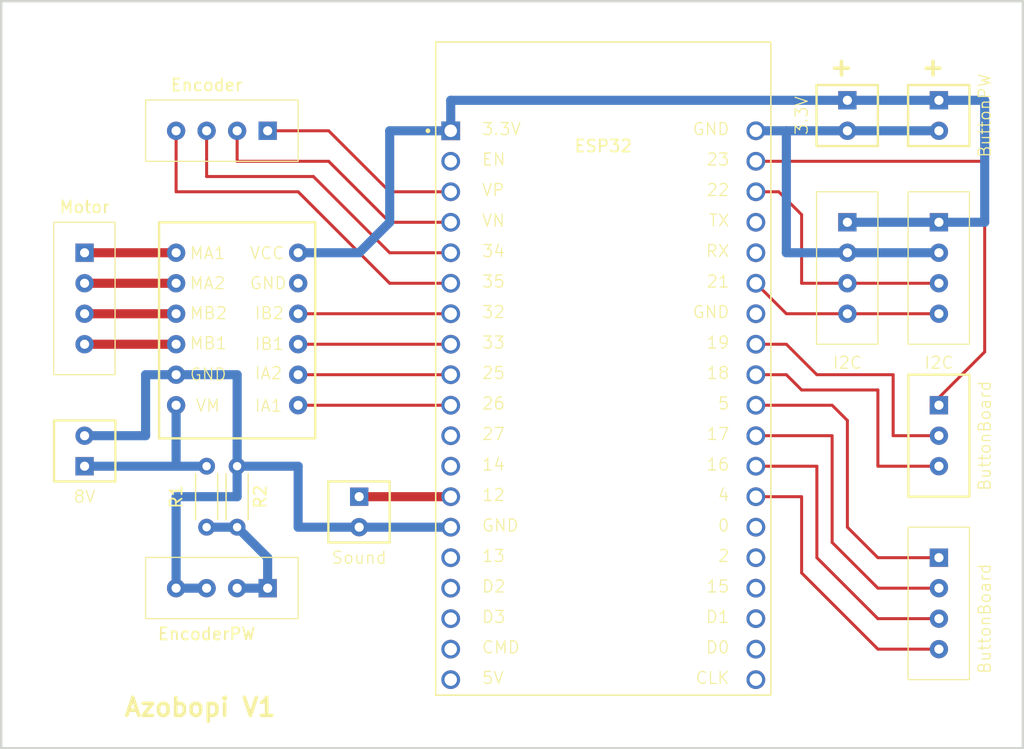
<source format=kicad_pcb>
(kicad_pcb (version 20221018) (generator pcbnew)
  (title_block (title "Azobopi Main Board") (date "2023-11-03") (rev "V1.0") (company "EBIRP"))
  (layers (0 "F.Cu" signal) (31 "B.Cu" signal) (34 "B.Paste" user) (35 "F.Paste" user) (36 "B.SilkS" user "B.Silkscreen") (37 "F.SilkS" user "F.Silkscreen") (38 "B.Mask" user) (39 "F.Mask" user) (44 "Edge.Cuts" user))
  (net 0 "")
  (footprint "Resistor_THT:R_Axial_DIN0204_L3.6mm_D1.6mm_P5.08mm_Horizontal" (layer "F.Cu") (at 47.625 71.755 -90)
    (fp_text reference "R1" (at 2.54 2.54 90) (layer "F.SilkS"))
    (fp_text value "R_Axial_DIN0204_L3.6mm_D1.6mm_P5.08mm_Horizontal" hide)
    (fp_line (start 0.62 -0.92) (end 4.46 -0.92) (stroke (width 0.12)) (layer "F.SilkS"))
    (fp_line (start 0.62 0.92) (end 4.46 0.92) (stroke (width 0.12)) (layer "F.SilkS"))
    (pad "1" thru_hole circle (at 0 0 270) (size 1.4 1.4) (drill 0.7) (layers "*.Cu" "*.Mask"))
    (pad "2" thru_hole oval (at 5.08 0 270) (size 1.4 1.4) (drill 0.7) (layers "*.Cu" "*.Mask"))
  )
  (footprint "Resistor_THT:R_Axial_DIN0204_L3.6mm_D1.6mm_P5.08mm_Horizontal" (layer "F.Cu") (at 50.165 71.755 -90)
    (fp_text reference "R2" (at 2.54 -1.92 90) (layer "F.SilkS"))
    (fp_text value "R_Axial_DIN0204_L3.6mm_D1.6mm_P5.08mm_Horizontal" hide)
    (fp_line (start 0.62 -0.92) (end 4.46 -0.92) (stroke (width 0.12)) (layer "F.SilkS"))
    (fp_line (start 0.62 0.92) (end 4.46 0.92) (stroke (width 0.12)) (layer "F.SilkS"))
    (pad "1" thru_hole circle (at 0 0 270) (size 1.4 1.4) (drill 0.7) (layers "*.Cu" "*.Mask"))
    (pad "2" thru_hole oval (at 5.08 0 270) (size 1.4 1.4) (drill 0.7) (layers "*.Cu" "*.Mask"))
  )
  (footprint "ESP32-DEVKITC-32D:MODULE_ESP32-DEVKITC-32D" (layer "F.Cu") (at 80.645 63.575)
    (fp_text reference "ESP32" (at 0 -18.49) (layer "F.SilkS") (effects (font (size 1.000386 1.000386))))
    (fp_text value "MODULE_ESP32-DEVKITC-32D" hide)
    (fp_text user "CMD" (at -10.16 23.86 unlocked) (layer "F.SilkS") (effects (font (thickness 0.1)) (justify left bottom)))
    (fp_text user "26" (at -10.16 3.54 unlocked) (layer "F.SilkS") (effects (font (thickness 0.1)) (justify left bottom)))
    (fp_text user "19" (at 8.524762 -1.54 unlocked) (layer "F.SilkS") (effects (font (thickness 0.1)) (justify left bottom)))
    (fp_text user "27" (at -10.16 6.08 unlocked) (layer "F.SilkS") (effects (font (thickness 0.1)) (justify left bottom)))
    (fp_text user "VN" (at -10.16 -11.7 unlocked) (layer "F.SilkS") (effects (font (thickness 0.1)) (justify left bottom)))
    (fp_text user "34" (at -10.16 -9.16 unlocked) (layer "F.SilkS") (effects (font (thickness 0.1)) (justify left bottom)))
    (fp_text user "16" (at 8.524762 8.62 unlocked) (layer "F.SilkS") (effects (font (thickness 0.1)) (justify left bottom)))
    (fp_text user "2" (at 9.477143 16.24 unlocked) (layer "F.SilkS") (effects (font (thickness 0.1)) (justify left bottom)))
    (fp_text user "13" (at -10.16 16.24 unlocked) (layer "F.SilkS") (effects (font (thickness 0.1)) (justify left bottom)))
    (fp_text user "33" (at -10.16 -1.54 unlocked) (layer "F.SilkS") (effects (font (thickness 0.1)) (justify left bottom)))
    (fp_text user "5V" (at -10.16 26.4 unlocked) (layer "F.SilkS") (effects (font (thickness 0.1)) (justify left bottom)))
    (fp_text user "17" (at 8.524762 6.08 unlocked) (layer "F.SilkS") (effects (font (thickness 0.1)) (justify left bottom)))
    (fp_text user "GND" (at 7.381905 -19.32 unlocked) (layer "F.SilkS") (effects (font (thickness 0.1)) (justify left bottom)))
    (fp_text user "D3" (at -10.16 21.32 unlocked) (layer "F.SilkS") (effects (font (thickness 0.1)) (justify left bottom)))
    (fp_text user "21" (at 8.524762 -6.62 unlocked) (layer "F.SilkS") (effects (font (thickness 0.1)) (justify left bottom)))
    (fp_text user "VP" (at -10.16 -14.24 unlocked) (layer "F.SilkS") (effects (font (thickness 0.1)) (justify left bottom)))
    (fp_text user "32" (at -10.16 -4.08 unlocked) (layer "F.SilkS") (effects (font (thickness 0.1)) (justify left bottom)))
    (fp_text user "22" (at 8.524762 -14.24 unlocked) (layer "F.SilkS") (effects (font (thickness 0.1)) (justify left bottom)))
    (fp_text user "D0" (at 8.477143 23.86 unlocked) (layer "F.SilkS") (effects (font (thickness 0.1)) (justify left bottom)))
    (fp_text user "GND" (at 7.381905 -4.08 unlocked) (layer "F.SilkS") (effects (font (thickness 0.1)) (justify left bottom)))
    (fp_text user "EN" (at -10.16 -16.78 unlocked) (layer "F.SilkS") (effects (font (thickness 0.1)) (justify left bottom)))
    (fp_text user "12" (at -10.16 11.16 unlocked) (layer "F.SilkS") (effects (font (thickness 0.1)) (justify left bottom)))
    (fp_text user "TX" (at 8.715238 -11.7 unlocked) (layer "F.SilkS") (effects (font (thickness 0.1)) (justify left bottom)))
    (fp_text user "4" (at 9.477143 11.16 unlocked) (layer "F.SilkS") (effects (font (thickness 0.1)) (justify left bottom)))
    (fp_text user "25" (at -10.16 1 unlocked) (layer "F.SilkS") (effects (font (thickness 0.1)) (justify left bottom)))
    (fp_text user "0" (at 9.477143 13.7 unlocked) (layer "F.SilkS") (effects (font (thickness 0.1)) (justify left bottom)))
    (fp_text user "D1" (at 8.477143 21.32 unlocked) (layer "F.SilkS") (effects (font (thickness 0.1)) (justify left bottom)))
    (fp_text user "CLK" (at 7.62 26.4 unlocked) (layer "F.SilkS") (effects (font (thickness 0.1)) (justify left bottom)))
    (fp_text user "14" (at -10.16 8.62 unlocked) (layer "F.SilkS") (effects (font (thickness 0.1)) (justify left bottom)))
    (fp_text user "RX" (at 8.477143 -9.16 unlocked) (layer "F.SilkS") (effects (font (thickness 0.1)) (justify left bottom)))
    (fp_text user "35" (at -10.16 -6.62 unlocked) (layer "F.SilkS") (effects (font (thickness 0.1)) (justify left bottom)))
    (fp_text user "23" (at 8.524762 -16.78 unlocked) (layer "F.SilkS") (effects (font (thickness 0.1)) (justify left bottom)))
    (fp_text user "18" (at 8.524762 1 unlocked) (layer "F.SilkS") (effects (font (thickness 0.1)) (justify left bottom)))
    (fp_text user "D2" (at -10.16 18.78 unlocked) (layer "F.SilkS") (effects (font (thickness 0.1)) (justify left bottom)))
    (fp_text user "15" (at 8.524762 18.78 unlocked) (layer "F.SilkS") (effects (font (thickness 0.1)) (justify left bottom)))
    (fp_text user "GND" (at -10.16 13.7 unlocked) (layer "F.SilkS") (effects (font (thickness 0.1)) (justify left bottom)))
    (fp_text user "5" (at 9.477143 3.54 unlocked) (layer "F.SilkS") (effects (font (thickness 0.1)) (justify left bottom)))
    (fp_text user "3.3V" (at -10.16 -19.32 unlocked) (layer "F.SilkS") (effects (font (thickness 0.1)) (justify left bottom)))
    (fp_line (start -13.95 -27.15) (end 13.95 -27.15) (stroke (width 0.127)) (layer "F.SilkS"))
    (fp_line (start -13.95 27.25) (end -13.95 -27.15) (stroke (width 0.127)) (layer "F.SilkS"))
    (fp_line (start 13.95 -27.15) (end 13.95 27.25) (stroke (width 0.127)) (layer "F.SilkS"))
    (fp_line (start 13.95 27.25) (end -13.95 27.25) (stroke (width 0.127)) (layer "F.SilkS"))
    (fp_circle (center -14.6 -19.76) (end -14.5 -19.76) (stroke (width 0.2)) (fill none) (layer "F.SilkS"))
    (pad "J2-1" thru_hole rect (at -12.7 -19.76) (size 1.56 1.56) (drill 1.04) (layers "*.Cu" "*.Mask"))
    (pad "J2-2" thru_hole circle (at -12.7 -17.22) (size 1.56 1.56) (drill 1.04) (layers "*.Cu" "*.Mask"))
    (pad "J2-3" thru_hole circle (at -12.7 -14.68) (size 1.56 1.56) (drill 1.04) (layers "*.Cu" "*.Mask"))
    (pad "J2-4" thru_hole circle (at -12.7 -12.14) (size 1.56 1.56) (drill 1.04) (layers "*.Cu" "*.Mask"))
    (pad "J2-5" thru_hole circle (at -12.7 -9.6) (size 1.56 1.56) (drill 1.04) (layers "*.Cu" "*.Mask"))
    (pad "J2-6" thru_hole circle (at -12.7 -7.06) (size 1.56 1.56) (drill 1.04) (layers "*.Cu" "*.Mask"))
    (pad "J2-7" thru_hole circle (at -12.7 -4.52) (size 1.56 1.56) (drill 1.04) (layers "*.Cu" "*.Mask"))
    (pad "J2-8" thru_hole circle (at -12.7 -1.98) (size 1.56 1.56) (drill 1.04) (layers "*.Cu" "*.Mask"))
    (pad "J2-9" thru_hole circle (at -12.7 0.56) (size 1.56 1.56) (drill 1.04) (layers "*.Cu" "*.Mask"))
    (pad "J2-10" thru_hole circle (at -12.7 3.1) (size 1.56 1.56) (drill 1.04) (layers "*.Cu" "*.Mask"))
    (pad "J2-11" thru_hole circle (at -12.7 5.64) (size 1.56 1.56) (drill 1.04) (layers "*.Cu" "*.Mask"))
    (pad "J2-12" thru_hole circle (at -12.7 8.18) (size 1.56 1.56) (drill 1.04) (layers "*.Cu" "*.Mask"))
    (pad "J2-13" thru_hole circle (at -12.7 10.72) (size 1.56 1.56) (drill 1.04) (layers "*.Cu" "*.Mask"))
    (pad "J2-14" thru_hole circle (at -12.7 13.26) (size 1.56 1.56) (drill 1.04) (layers "*.Cu" "*.Mask"))
    (pad "J2-15" thru_hole circle (at -12.7 15.8) (size 1.56 1.56) (drill 1.04) (layers "*.Cu" "*.Mask"))
    (pad "J2-16" thru_hole circle (at -12.7 18.34) (size 1.56 1.56) (drill 1.04) (layers "*.Cu" "*.Mask"))
    (pad "J2-17" thru_hole circle (at -12.7 20.88) (size 1.56 1.56) (drill 1.04) (layers "*.Cu" "*.Mask"))
    (pad "J2-18" thru_hole circle (at -12.7 23.42) (size 1.56 1.56) (drill 1.04) (layers "*.Cu" "*.Mask"))
    (pad "J2-19" thru_hole circle (at -12.7 25.96) (size 1.56 1.56) (drill 1.04) (layers "*.Cu" "*.Mask"))
    (pad "J3-1" thru_hole circle (at 12.7 -19.76) (size 1.56 1.56) (drill 1.04) (layers "*.Cu" "*.Mask"))
    (pad "J3-2" thru_hole circle (at 12.7 -17.22) (size 1.56 1.56) (drill 1.04) (layers "*.Cu" "*.Mask"))
    (pad "J3-3" thru_hole circle (at 12.7 -14.68) (size 1.56 1.56) (drill 1.04) (layers "*.Cu" "*.Mask"))
    (pad "J3-4" thru_hole circle (at 12.7 -12.14) (size 1.56 1.56) (drill 1.04) (layers "*.Cu" "*.Mask"))
    (pad "J3-5" thru_hole circle (at 12.7 -9.6) (size 1.56 1.56) (drill 1.04) (layers "*.Cu" "*.Mask"))
    (pad "J3-6" thru_hole circle (at 12.7 -7.06) (size 1.56 1.56) (drill 1.04) (layers "*.Cu" "*.Mask"))
    (pad "J3-7" thru_hole circle (at 12.7 -4.52) (size 1.56 1.56) (drill 1.04) (layers "*.Cu" "*.Mask"))
    (pad "J3-8" thru_hole circle (at 12.7 -1.98) (size 1.56 1.56) (drill 1.04) (layers "*.Cu" "*.Mask"))
    (pad "J3-9" thru_hole circle (at 12.7 0.56) (size 1.56 1.56) (drill 1.04) (layers "*.Cu" "*.Mask"))
    (pad "J3-10" thru_hole circle (at 12.7 3.1) (size 1.56 1.56) (drill 1.04) (layers "*.Cu" "*.Mask"))
    (pad "J3-11" thru_hole circle (at 12.7 5.64) (size 1.56 1.56) (drill 1.04) (layers "*.Cu" "*.Mask"))
    (pad "J3-12" thru_hole circle (at 12.7 8.18) (size 1.56 1.56) (drill 1.04) (layers "*.Cu" "*.Mask"))
    (pad "J3-13" thru_hole circle (at 12.7 10.72) (size 1.56 1.56) (drill 1.04) (layers "*.Cu" "*.Mask"))
    (pad "J3-14" thru_hole circle (at 12.7 13.26) (size 1.56 1.56) (drill 1.04) (layers "*.Cu" "*.Mask"))
    (pad "J3-15" thru_hole circle (at 12.7 15.8) (size 1.56 1.56) (drill 1.04) (layers "*.Cu" "*.Mask"))
    (pad "J3-16" thru_hole circle (at 12.7 18.34) (size 1.56 1.56) (drill 1.04) (layers "*.Cu" "*.Mask"))
    (pad "J3-17" thru_hole circle (at 12.7 20.88) (size 1.56 1.56) (drill 1.04) (layers "*.Cu" "*.Mask"))
    (pad "J3-18" thru_hole circle (at 12.7 23.42) (size 1.56 1.56) (drill 1.04) (layers "*.Cu" "*.Mask"))
    (pad "J3-19" thru_hole circle (at 12.7 25.96) (size 1.56 1.56) (drill 1.04) (layers "*.Cu" "*.Mask"))
  )
  (footprint "Custom:jst-xh4x_2.54" (layer "F.Cu") (at 98.425 56.515)
    (fp_text reference "I2C" (at 2.54 6.62 unlocked) (layer "F.SilkS") (effects (font (thickness 0.1))))
    (fp_text value "jst-xh4X_2.54" hide)
    (fp_rect (start -0.0254 -7.62) (end 5.08 5.08) (stroke (width 0.1)) (fill none) (layer "F.SilkS"))
    (pad "1" thru_hole rect (at 2.54 -5.08) (size 1.524 1.524) (drill 0.762) (layers "*.Cu" "*.Mask"))
    (pad "2" thru_hole circle (at 2.54 -2.54) (size 1.524 1.524) (drill 0.762) (layers "*.Cu" "*.Mask"))
    (pad "3" thru_hole circle (at 2.54 0) (size 1.524 1.524) (drill 0.762) (layers "*.Cu" "*.Mask"))
    (pad "4" thru_hole circle (at 2.54 2.54) (size 1.524 1.524) (drill 0.762) (layers "*.Cu" "*.Mask"))
  )
  (footprint "Custom:jst-xh4x_2.54" (layer "F.Cu") (at 106.045 56.515)
    (fp_text reference "I2C" (at 2.54 6.62 unlocked) (layer "F.SilkS") (effects (font (thickness 0.1))))
    (fp_text value "jst-xh4X_2.54" hide)
    (fp_rect (start -0.0254 -7.62) (end 5.08 5.08) (stroke (width 0.1)) (fill none) (layer "F.SilkS"))
    (pad "1" thru_hole rect (at 2.54 -5.08) (size 1.524 1.524) (drill 0.762) (layers "*.Cu" "*.Mask"))
    (pad "2" thru_hole circle (at 2.54 -2.54) (size 1.524 1.524) (drill 0.762) (layers "*.Cu" "*.Mask"))
    (pad "3" thru_hole circle (at 2.54 0) (size 1.524 1.524) (drill 0.762) (layers "*.Cu" "*.Mask"))
    (pad "4" thru_hole circle (at 2.54 2.54) (size 1.524 1.524) (drill 0.762) (layers "*.Cu" "*.Mask"))
  )
  (footprint "Custom:jst-xh3x_2.54" (layer "F.Cu") (at 106.045 71.755)
    (fp_text reference "ButtonBoard" (at 6.35 -2.54 90 unlocked) (layer "F.SilkS") (effects (font (thickness 0.1))))
    (fp_text value "jst-xh3x_2.54" hide)
    (fp_rect (start 0 -7.62) (end 5.08 2.54) (stroke (width 0.2)) (fill none) (layer "F.SilkS"))
    (pad "1" thru_hole rect (at 2.54 -5.08) (size 1.524 1.524) (drill 0.762) (layers "*.Cu" "*.Mask"))
    (pad "2" thru_hole circle (at 2.54 -2.54) (size 1.524 1.524) (drill 0.762) (layers "*.Cu" "*.Mask"))
    (pad "3" thru_hole circle (at 2.54 0) (size 1.524 1.524) (drill 0.762) (layers "*.Cu" "*.Mask"))
  )
  (footprint "MountingHole:MountingHole_2.1mm" (layer "F.Cu") (at 60.325 36.195)
    (fp_text reference "REF**" hide)
    (fp_text value "MountingHole_2.1mm" hide)
    (pad "" np_thru_hole circle (at 0 0) (size 2.1 2.1) (drill 2.1) (layers "F&B.Cu" "*.Mask"))
  )
  (footprint "Custom:HR8833" (layer "F.Cu") (at 50.165 61.595)
    (fp_text reference "REF**" hide)
    (fp_text value "HR8833")
    (fp_text user "VCC" (at 1 -7 unlocked) (layer "F.SilkS") (effects (font (thickness 0.1)) (justify left bottom)))
    (fp_text user "IB2" (at 1.4 -2 unlocked) (layer "F.SilkS") (effects (font (thickness 0.1)) (justify left bottom)))
    (fp_text user "GND" (at 1 -4.5 unlocked) (layer "F.SilkS") (effects (font (thickness 0.1)) (justify left bottom)))
    (fp_text user "IB1" (at 1.4 0.55 unlocked) (layer "F.SilkS") (effects (font (thickness 0.1)) (justify left bottom)))
    (fp_text user "IA2" (at 1.4 3 unlocked) (layer "F.SilkS") (effects (font (thickness 0.1)) (justify left bottom)))
    (fp_text user "VM" (at -3.5 5.7 unlocked) (layer "F.SilkS") (effects (font (thickness 0.1)) (justify left bottom)))
    (fp_text user "IA1" (at 1.4 5.7 unlocked) (layer "F.SilkS") (effects (font (thickness 0.1)) (justify left bottom)))
    (fp_text user "MB2" (at -4 -2 unlocked) (layer "F.SilkS") (effects (font (thickness 0.1)) (justify left bottom)))
    (fp_text user "MA1" (at -4 -7 unlocked) (layer "F.SilkS") (effects (font (thickness 0.1)) (justify left bottom)))
    (fp_text user "MA2" (at -4 -4.5 unlocked) (layer "F.SilkS") (effects (font (thickness 0.1)) (justify left bottom)))
    (fp_text user "GND" (at -4 3.1 unlocked) (layer "F.SilkS") (effects (font (thickness 0.1)) (justify left bottom)))
    (fp_text user "MB1" (at -4 0.5 unlocked) (layer "F.SilkS") (effects (font (thickness 0.1)) (justify left bottom)))
    (fp_rect (start -6.5 -10.16) (end 6.5 7.84) (stroke (width 0.2)) (fill none) (layer "F.SilkS"))
    (pad "1" thru_hole circle (at 5.08 5.08) (size 1.524 1.524) (drill 0.762) (layers "*.Cu" "*.Mask"))
    (pad "2" thru_hole circle (at 5.08 2.54) (size 1.524 1.524) (drill 0.762) (layers "*.Cu" "*.Mask"))
    (pad "3" thru_hole circle (at 5.08 0) (size 1.524 1.524) (drill 0.762) (layers "*.Cu" "*.Mask"))
    (pad "4" thru_hole circle (at 5.08 -2.54) (size 1.524 1.524) (drill 0.762) (layers "*.Cu" "*.Mask"))
    (pad "5" thru_hole circle (at 5.08 -5.08) (size 1.524 1.524) (drill 0.762) (layers "*.Cu" "*.Mask"))
    (pad "6" thru_hole circle (at 5.08 -7.62) (size 1.524 1.524) (drill 0.762) (layers "*.Cu" "*.Mask"))
    (pad "7" thru_hole circle (at -5.08 -7.62) (size 1.524 1.524) (drill 0.762) (layers "*.Cu" "*.Mask"))
    (pad "8" thru_hole circle (at -5.08 -5.08) (size 1.524 1.524) (drill 0.762) (layers "*.Cu" "*.Mask"))
    (pad "9" thru_hole circle (at -5.08 -2.54) (size 1.524 1.524) (drill 0.762) (layers "*.Cu" "*.Mask"))
    (pad "10" thru_hole circle (at -5.08 0) (size 1.524 1.524) (drill 0.762) (layers "*.Cu" "*.Mask"))
    (pad "11" thru_hole circle (at -5.08 2.54) (size 1.524 1.524) (drill 0.762) (layers "*.Cu" "*.Mask"))
    (pad "12" thru_hole circle (at -5.08 5.08) (size 1.524 1.524) (drill 0.762) (layers "*.Cu" "*.Mask"))
  )
  (footprint "MountingHole:MountingHole_2.1mm" (layer "F.Cu") (at 34.925 92.075)
    (fp_text reference "REF**" hide)
    (fp_text value "MountingHole_2.1mm" hide)
    (pad "" np_thru_hole circle (at 0 0) (size 2.1 2.1) (drill 2.1) (layers "F&B.Cu" "*.Mask"))
  )
  (footprint "Custom:jst-xh2x_2.54" (layer "F.Cu") (at 60.325 75.565)
    (fp_text reference "Sound" (at 0 3.81 unlocked) (layer "F.SilkS") (effects (font (thickness 0.1))))
    (fp_text value "jst-xh2x_2.54" hide)
    (fp_rect (start -2.5654 -2.54) (end 2.54 2.54) (stroke (width 0.2)) (fill none) (layer "F.SilkS"))
    (pad "1" thru_hole rect (at 0 -1.27) (size 1.524 1.524) (drill 0.762) (layers "*.Cu" "*.Mask"))
    (pad "2" thru_hole circle (at 0 1.27) (size 1.524 1.524) (drill 0.762) (layers "*.Cu" "*.Mask"))
  )
  (footprint "Custom:jst-xh4x_2.54" (layer "F.Cu") (at 34.925 59.055)
    (fp_text reference "REF**" hide)
    (fp_text value "Motor" (at 2.54 -8.89 unlocked) (layer "F.SilkS"))
    (fp_rect (start -0.0254 -7.62) (end 5.08 5.08) (stroke (width 0.1)) (fill none) (layer "F.SilkS"))
    (pad "1" thru_hole rect (at 2.54 -5.08) (size 1.524 1.524) (drill 0.762) (layers "*.Cu" "*.Mask"))
    (pad "2" thru_hole circle (at 2.54 -2.54) (size 1.524 1.524) (drill 0.762) (layers "*.Cu" "*.Mask"))
    (pad "3" thru_hole circle (at 2.54 0) (size 1.524 1.524) (drill 0.762) (layers "*.Cu" "*.Mask"))
    (pad "4" thru_hole circle (at 2.54 2.54) (size 1.524 1.524) (drill 0.762) (layers "*.Cu" "*.Mask"))
  )
  (footprint "Custom:jst-xh4x_2.54" (layer "F.Cu") (at 47.625 79.375 -90)
    (fp_text reference "REF**" hide)
    (fp_text value "EncoderPW" (at 6.35 0 unlocked) (layer "F.SilkS"))
    (fp_rect (start -0.0254 -7.62) (end 5.08 5.08) (stroke (width 0.1)) (fill none) (layer "F.SilkS"))
    (pad "1" thru_hole rect (at 2.54 -5.08 270) (size 1.524 1.524) (drill 0.762) (layers "*.Cu" "*.Mask"))
    (pad "2" thru_hole circle (at 2.54 -2.54 270) (size 1.524 1.524) (drill 0.762) (layers "*.Cu" "*.Mask"))
    (pad "3" thru_hole circle (at 2.54 0 270) (size 1.524 1.524) (drill 0.762) (layers "*.Cu" "*.Mask"))
    (pad "4" thru_hole circle (at 2.54 2.54 270) (size 1.524 1.524) (drill 0.762) (layers "*.Cu" "*.Mask"))
  )
  (footprint "Custom:jst-xh2x_2.54" (layer "F.Cu") (at 108.585 42.545)
    (fp_text reference "ButtonPW" (at 3.81 0 90 unlocked) (layer "F.SilkS") (effects (font (thickness 0.1))))
    (fp_text value "jst-xh2x_2.54" hide)
    (fp_rect (start -2.5654 -2.54) (end 2.54 2.54) (stroke (width 0.2)) (fill none) (layer "F.SilkS"))
    (pad "1" thru_hole rect (at 0 -1.27) (size 1.524 1.524) (drill 0.762) (layers "*.Cu" "*.Mask"))
    (pad "2" thru_hole circle (at 0 1.27) (size 1.524 1.524) (drill 0.762) (layers "*.Cu" "*.Mask"))
  )
  (footprint "Custom:jst-xh4x_2.54" (layer "F.Cu") (at 106.045 84.455)
    (fp_text reference "ButtonBoard" (at 6.35 0 90 unlocked) (layer "F.SilkS") (effects (font (thickness 0.1))))
    (fp_text value "jst-xh4X_2.54" hide)
    (fp_rect (start -0.0254 -7.62) (end 5.08 5.08) (stroke (width 0.1)) (fill none) (layer "F.SilkS"))
    (pad "1" thru_hole rect (at 2.54 -5.08) (size 1.524 1.524) (drill 0.762) (layers "*.Cu" "*.Mask"))
    (pad "2" thru_hole circle (at 2.54 -2.54) (size 1.524 1.524) (drill 0.762) (layers "*.Cu" "*.Mask"))
    (pad "3" thru_hole circle (at 2.54 0) (size 1.524 1.524) (drill 0.762) (layers "*.Cu" "*.Mask"))
    (pad "4" thru_hole circle (at 2.54 2.54) (size 1.524 1.524) (drill 0.762) (layers "*.Cu" "*.Mask"))
  )
  (footprint "Custom:jst-xh4x_2.54" (layer "F.Cu") (at 47.625 41.275 -90)
    (fp_text reference "REF**" hide)
    (fp_text value "Encoder" (at -1.27 0 unlocked) (layer "F.SilkS"))
    (fp_rect (start -0.0254 -7.62) (end 5.08 5.08) (stroke (width 0.1)) (fill none) (layer "F.SilkS"))
    (pad "1" thru_hole rect (at 2.54 -5.08 270) (size 1.524 1.524) (drill 0.762) (layers "*.Cu" "*.Mask"))
    (pad "2" thru_hole circle (at 2.54 -2.54 270) (size 1.524 1.524) (drill 0.762) (layers "*.Cu" "*.Mask"))
    (pad "3" thru_hole circle (at 2.54 0 270) (size 1.524 1.524) (drill 0.762) (layers "*.Cu" "*.Mask"))
    (pad "4" thru_hole circle (at 2.54 2.54 270) (size 1.524 1.524) (drill 0.762) (layers "*.Cu" "*.Mask"))
  )
  (footprint "MountingHole:MountingHole_2.1mm" (layer "F.Cu") (at 60.325 92.075)
    (fp_text reference "REF**" hide)
    (fp_text value "MountingHole_2.1mm" hide)
    (pad "" np_thru_hole circle (at 0 0) (size 2.1 2.1) (drill 2.1) (layers "F&B.Cu" "*.Mask"))
  )
  (footprint "MountingHole:MountingHole_2.1mm" (layer "F.Cu") (at 111.125 92.075)
    (fp_text reference "REF**" hide)
    (fp_text value "MountingHole_2.1mm" hide)
    (pad "" np_thru_hole circle (at 0 0) (size 2.1 2.1) (drill 2.1) (layers "F&B.Cu" "*.Mask"))
  )
  (footprint "MountingHole:MountingHole_2.1mm" (layer "F.Cu") (at 34.925 36.195)
    (fp_text reference "REF**" hide)
    (fp_text value "MountingHole_2.1mm" hide)
    (pad "" np_thru_hole circle (at 0 0) (size 2.1 2.1) (drill 2.1) (layers "F&B.Cu" "*.Mask"))
  )
  (footprint "Custom:jst-xh2x_2.54" (layer "F.Cu") (at 100.965 42.545)
    (fp_text reference "3.3V" (at -3.81 0 90 unlocked) (layer "F.SilkS") (effects (font (thickness 0.1))))
    (fp_text value "jst-xh2x_2.54" hide)
    (fp_rect (start -2.5654 -2.54) (end 2.54 2.54) (stroke (width 0.2)) (fill none) (layer "F.SilkS"))
    (pad "1" thru_hole rect (at 0 -1.27) (size 1.524 1.524) (drill 0.762) (layers "*.Cu" "*.Mask"))
    (pad "2" thru_hole circle (at 0 1.27) (size 1.524 1.524) (drill 0.762) (layers "*.Cu" "*.Mask"))
  )
  (footprint "Custom:jst-xh2x_2.54" (layer "F.Cu") (at 37.465 70.485 180)
    (fp_text reference "8V" (at 0 -3.81 unlocked) (layer "F.SilkS") (effects (font (thickness 0.1))))
    (fp_text value "jst-xh2x_2.54" hide)
    (fp_rect (start -2.5654 -2.54) (end 2.54 2.54) (stroke (width 0.2)) (fill none) (layer "F.SilkS"))
    (pad "1" thru_hole rect (at 0 -1.27 180) (size 1.524 1.524) (drill 0.762) (layers "*.Cu" "*.Mask"))
    (pad "2" thru_hole circle (at 0 1.27 180) (size 1.524 1.524) (drill 0.762) (layers "*.Cu" "*.Mask"))
  )
  (footprint "MountingHole:MountingHole_2.1mm" (layer "F.Cu") (at 111.125 36.195)
    (fp_text reference "REF**" hide)
    (fp_text value "MountingHole_2.1mm" hide)
    (pad "" np_thru_hole circle (at 0 0) (size 2.1 2.1) (drill 2.1) (layers "F&B.Cu" "*.Mask"))
  )
  (gr_rect (start 30.525 33.02) (end 115.57 95.25) (stroke (width 0.2)) (fill none) (layer "Edge.Cuts"))
  (gr_text "+" (at 101.6 39.37) (layer "F.SilkS") (effects (font (size 1.5 1.5) (thickness 0.3) bold) (justify left bottom mirror)))
  (gr_text "+" (at 109.22 39.37) (layer "F.SilkS") (effects (font (size 1.5 1.5) (thickness 0.3) bold) (justify left bottom mirror)))
  (gr_text "Azobopi V1" (at 40.64 92.71) (layer "F.SilkS") (effects (font (size 1.5 1.5) (thickness 0.3) bold) (justify left bottom)))
  (segment (start 57.785 46.355) (end 50.165 46.355) (width 0.25) (layer "F.Cu") (net 0))
  (segment (start 99.695 78.105) (end 103.505 81.915) (width 0.25) (layer "F.Cu") (net 0))
  (segment (start 97.155 74.295) (end 97.155 80.645) (width 0.25) (layer "F.Cu") (net 0))
  (segment (start 95.885 59.055) (end 100.965 59.055) (width 0.25) (layer "F.Cu") (net 0))
  (segment (start 99.695 69.215) (end 99.695 78.105) (width 0.25) (layer "F.Cu") (net 0))
  (segment (start 95.885 64.135) (end 97.155 65.405) (width 0.25) (layer "F.Cu") (net 0))
  (segment (start 100.965 56.515) (end 108.585 56.515) (width 0.25) (layer "F.Cu") (net 0))
  (segment (start 67.945 53.975) (end 62.865 53.975) (width 0.25) (layer "F.Cu") (net 0))
  (segment (start 67.945 61.595) (end 55.245 61.595) (width 0.25) (layer "F.Cu") (net 0))
  (segment (start 67.945 59.055) (end 55.245 59.055) (width 0.25) (layer "F.Cu") (net 0))
  (segment (start 67.945 48.895) (end 62.865 48.895) (width 0.25) (layer "F.Cu") (net 0))
  (segment (start 50.165 46.355) (end 50.165 43.815) (width 0.25) (layer "F.Cu") (net 0))
  (segment (start 93.345 48.895) (end 95.25 48.895) (width 0.25) (layer "F.Cu") (net 0))
  (segment (start 103.505 81.915) (end 108.585 81.915) (width 0.25) (layer "F.Cu") (net 0))
  (segment (start 103.505 79.375) (end 108.585 79.375) (width 0.25) (layer "F.Cu") (net 0))
  (segment (start 97.155 56.515) (end 100.965 56.515) (width 0.25) (layer "F.Cu") (net 0))
  (segment (start 104.775 64.135) (end 104.775 69.215) (width 0.25) (layer "F.Cu") (net 0))
  (segment (start 97.155 50.8) (end 97.155 56.515) (width 0.25) (layer "F.Cu") (net 0))
  (segment (start 45.085 56.515) (end 37.465 56.515) (width 0.76) (layer "F.Cu") (net 0))
  (segment (start 93.345 74.295) (end 97.155 74.295) (width 0.25) (layer "F.Cu") (net 0))
  (segment (start 62.865 51.435) (end 57.785 46.355) (width 0.25) (layer "F.Cu") (net 0))
  (segment (start 99.695 66.675) (end 100.965 67.945) (width 0.25) (layer "F.Cu") (net 0))
  (segment (start 60.325 74.295) (end 67.945 74.295) (width 0.76) (layer "F.Cu") (net 0))
  (segment (start 55.245 48.895) (end 45.085 48.895) (width 0.25) (layer "F.Cu") (net 0))
  (segment (start 93.345 64.135) (end 95.885 64.135) (width 0.25) (layer "F.Cu") (net 0))
  (segment (start 95.25 48.895) (end 97.155 50.8) (width 0.25) (layer "F.Cu") (net 0))
  (segment (start 103.505 71.755) (end 108.585 71.755) (width 0.25) (layer "F.Cu") (net 0))
  (segment (start 57.785 43.815) (end 52.705 43.815) (width 0.25) (layer "F.Cu") (net 0))
  (segment (start 112.395 46.355) (end 112.395 62.23) (width 0.25) (layer "F.Cu") (net 0))
  (segment (start 93.345 61.595) (end 95.885 61.595) (width 0.25) (layer "F.Cu") (net 0))
  (segment (start 56.515 47.625) (end 47.625 47.625) (width 0.25) (layer "F.Cu") (net 0))
  (segment (start 62.865 53.975) (end 56.515 47.625) (width 0.25) (layer "F.Cu") (net 0))
  (segment (start 47.625 47.625) (end 47.625 43.815) (width 0.25) (layer "F.Cu") (net 0))
  (segment (start 100.965 59.055) (end 108.585 59.055) (width 0.25) (layer "F.Cu") (net 0))
  (segment (start 108.585 66.04) (end 108.585 66.675) (width 0.25) (layer "F.Cu") (net 0))
  (segment (start 103.505 65.405) (end 103.505 71.755) (width 0.25) (layer "F.Cu") (net 0))
  (segment (start 93.345 69.215) (end 99.695 69.215) (width 0.25) (layer "F.Cu") (net 0))
  (segment (start 93.345 46.355) (end 112.395 46.355) (width 0.25) (layer "F.Cu") (net 0))
  (segment (start 45.085 59.055) (end 37.465 59.055) (width 0.76) (layer "F.Cu") (net 0))
  (segment (start 67.945 51.435) (end 62.865 51.435) (width 0.25) (layer "F.Cu") (net 0))
  (segment (start 67.945 56.515) (end 62.865 56.515) (width 0.25) (layer "F.Cu") (net 0))
  (segment (start 95.885 61.595) (end 98.425 64.135) (width 0.25) (layer "F.Cu") (net 0))
  (segment (start 62.865 48.895) (end 57.785 43.815) (width 0.25) (layer "F.Cu") (net 0))
  (segment (start 45.085 61.595) (end 37.465 61.595) (width 0.76) (layer "F.Cu") (net 0))
  (segment (start 103.505 86.995) (end 108.585 86.995) (width 0.25) (layer "F.Cu") (net 0))
  (segment (start 98.425 64.135) (end 104.775 64.135) (width 0.25) (layer "F.Cu") (net 0))
  (segment (start 104.775 69.215) (end 108.585 69.215) (width 0.25) (layer "F.Cu") (net 0))
  (segment (start 67.945 66.675) (end 55.245 66.675) (width 0.25) (layer "F.Cu") (net 0))
  (segment (start 97.155 65.405) (end 103.505 65.405) (width 0.25) (layer "F.Cu") (net 0))
  (segment (start 98.425 71.755) (end 98.425 79.375) (width 0.25) (layer "F.Cu") (net 0))
  (segment (start 67.945 64.135) (end 55.245 64.135) (width 0.25) (layer "F.Cu") (net 0))
  (segment (start 93.345 56.515) (end 95.885 59.055) (width 0.25) (layer "F.Cu") (net 0))
  (segment (start 45.085 48.895) (end 45.085 43.815) (width 0.25) (layer "F.Cu") (net 0))
  (segment (start 100.965 76.835) (end 103.505 79.375) (width 0.25) (layer "F.Cu") (net 0))
  (segment (start 100.965 67.945) (end 100.965 76.835) (width 0.25) (layer "F.Cu") (net 0))
  (segment (start 45.085 53.975) (end 37.465 53.975) (width 0.76) (layer "F.Cu") (net 0))
  (segment (start 112.395 62.23) (end 108.585 66.04) (width 0.25) (layer "F.Cu") (net 0))
  (segment (start 62.865 56.515) (end 55.245 48.895) (width 0.25) (layer "F.Cu") (net 0))
  (segment (start 98.425 79.375) (end 103.505 84.455) (width 0.25) (layer "F.Cu") (net 0))
  (segment (start 93.345 71.755) (end 98.425 71.755) (width 0.25) (layer "F.Cu") (net 0))
  (segment (start 97.155 80.645) (end 103.505 86.995) (width 0.25) (layer "F.Cu") (net 0))
  (segment (start 103.505 84.455) (end 108.585 84.455) (width 0.25) (layer "F.Cu") (net 0))
  (segment (start 93.345 66.675) (end 99.695 66.675) (width 0.25) (layer "F.Cu") (net 0))
  (segment (start 52.705 79.375) (end 52.705 81.915) (width 0.76) (layer "B.Cu") (net 0))
  (segment (start 50.165 71.755) (end 55.245 71.755) (width 0.76) (layer "B.Cu") (net 0))
  (segment (start 42.545 69.215) (end 42.545 64.135) (width 0.76) (layer "B.Cu") (net 0))
  (segment (start 60.325 53.975) (end 62.865 51.435) (width 0.76) (layer "B.Cu") (net 0))
  (segment (start 52.705 81.915) (end 50.165 81.915) (width 0.76) (layer "B.Cu") (net 0))
  (segment (start 67.945 43.815) (end 67.945 41.275) (width 0.76) (layer "B.Cu") (net 0))
  (segment (start 45.085 71.755) (end 45.085 66.675) (width 0.76) (layer "B.Cu") (net 0))
  (segment (start 55.245 53.975) (end 60.325 53.975) (width 0.76) (layer "B.Cu") (net 0))
  (segment (start 37.465 71.755) (end 45.085 71.755) (width 0.76) (layer "B.Cu") (net 0))
  (segment (start 50.165 71.755) (end 50.165 74.295) (width 0.76) (layer "B.Cu") (net 0))
  (segment (start 100.965 43.815) (end 95.885 43.815) (width 0.76) (layer "B.Cu") (net 0))
  (segment (start 50.165 71.755) (end 50.165 64.135) (width 0.76) (layer "B.Cu") (net 0))
  (segment (start 50.165 76.835) (end 52.705 79.375) (width 0.76) (layer "B.Cu") (net 0))
  (segment (start 67.945 41.275) (end 100.965 41.275) (width 0.76) (layer "B.Cu") (net 0))
  (segment (start 100.965 41.275) (end 108.585 41.275) (width 0.76) (layer "B.Cu") (net 0))
  (segment (start 100.965 43.815) (end 108.585 43.815) (width 0.76) (layer "B.Cu") (net 0))
  (segment (start 45.085 81.915) (end 47.625 81.915) (width 0.76) (layer "B.Cu") (net 0))
  (segment (start 108.585 41.275) (end 112.395 41.275) (width 0.76) (layer "B.Cu") (net 0))
  (segment (start 45.085 74.295) (end 45.085 81.915) (width 0.76) (layer "B.Cu") (net 0))
  (segment (start 95.885 53.975) (end 100.965 53.975) (width 0.76) (layer "B.Cu") (net 0))
  (segment (start 47.625 71.755) (end 45.085 71.755) (width 0.76) (layer "B.Cu") (net 0))
  (segment (start 55.245 71.755) (end 55.245 76.835) (width 0.76) (layer "B.Cu") (net 0))
  (segment (start 95.885 43.815) (end 95.885 53.975) (width 0.76) (layer "B.Cu") (net 0))
  (segment (start 108.585 51.435) (end 100.965 51.435) (width 0.76) (layer "B.Cu") (net 0))
  (segment (start 112.395 41.275) (end 112.395 51.435) (width 0.76) (layer "B.Cu") (net 0))
  (segment (start 95.885 43.815) (end 93.345 43.815) (width 0.76) (layer "B.Cu") (net 0))
  (segment (start 55.245 76.835) (end 60.325 76.835) (width 0.76) (layer "B.Cu") (net 0))
  (segment (start 62.865 51.435) (end 62.865 43.815) (width 0.76) (layer "B.Cu") (net 0))
  (segment (start 42.545 64.135) (end 45.085 64.135) (width 0.76) (layer "B.Cu") (net 0))
  (segment (start 100.965 53.975) (end 108.585 53.975) (width 0.76) (layer "B.Cu") (net 0))
  (segment (start 37.465 69.215) (end 42.545 69.215) (width 0.76) (layer "B.Cu") (net 0))
  (segment (start 47.625 76.835) (end 50.165 76.835) (width 0.76) (layer "B.Cu") (net 0))
  (segment (start 50.165 64.135) (end 45.085 64.135) (width 0.76) (layer "B.Cu") (net 0))
  (segment (start 62.865 43.815) (end 67.945 43.815) (width 0.76) (layer "B.Cu") (net 0))
  (segment (start 50.165 74.295) (end 45.085 74.295) (width 0.76) (layer "B.Cu") (net 0))
  (segment (start 60.325 76.835) (end 67.945 76.835) (width 0.76) (layer "B.Cu") (net 0))
  (segment (start 112.395 51.435) (end 108.585 51.435) (width 0.76) (layer "B.Cu") (net 0))
)
</source>
